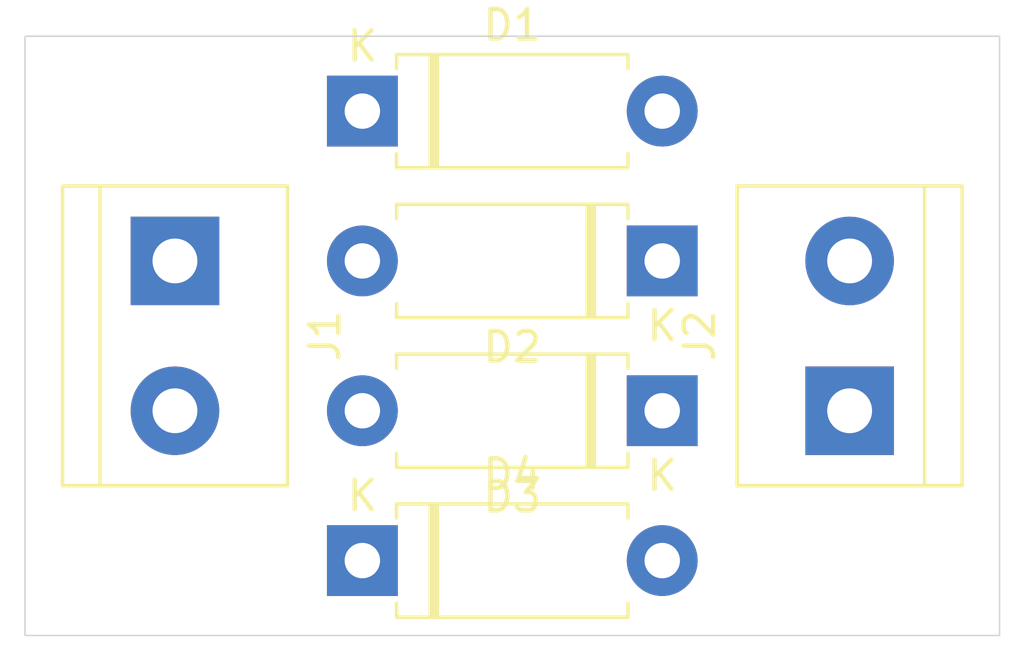
<source format=kicad_pcb>
(kicad_pcb (version 20240108) (generator "pcbnew") (generator_version "8.0")
  (layers (0 "F.Cu" signal) (31 "B.Cu" signal) (34 "B.Paste" user) (35 "F.Paste" user) (36 "B.SilkS" user "B.Silkscreen") (37 "F.SilkS" user "F.Silkscreen") (38 "B.Mask" user) (39 "F.Mask" user) (44 "Edge.Cuts" user))
  (net 0 "")
  (net 1 "Net-(D1-K)")
  (net 2 "Net-(D1-A)")
  (net 3 "Net-(D2-K)")
  (net 4 "Net-(D3-A)")
  (footprint "Diode_THT:D_DO-15_P10.16mm_Horizontal" (layer "F.Cu") (at 118.11 80.01 180)
    (property "Reference" "D3" (at 5.08 -2.92 180) (layer "F.SilkS"))
    (property "Value" "D_45deg")
    (fp_line (start 9 1.92) (end 9 1.44) (stroke (width 0.12)) (layer "F.SilkS"))
    (fp_line (start 9 -1.92) (end 9 -1.44) (stroke (width 0.12)) (layer "F.SilkS"))
    (fp_line (start 2.54 -1.92) (end 2.54 1.92) (stroke (width 0.12)) (layer "F.SilkS"))
    (fp_line (start 2.42 -1.92) (end 2.42 1.92) (stroke (width 0.12)) (layer "F.SilkS"))
    (fp_line (start 2.3 -1.92) (end 2.3 1.92) (stroke (width 0.12)) (layer "F.SilkS"))
    (fp_line (start 1.16 1.92) (end 9 1.92) (stroke (width 0.12)) (layer "F.SilkS"))
    (fp_line (start 1.16 1.44) (end 1.16 1.92) (stroke (width 0.12)) (layer "F.SilkS"))
    (fp_line (start 1.16 -1.44) (end 1.16 -1.92) (stroke (width 0.12)) (layer "F.SilkS"))
    (fp_line (start 1.16 -1.92) (end 9 -1.92) (stroke (width 0.12)) (layer "F.SilkS"))
    (fp_text user "K" (at 0 -2.2 180) (layer "F.SilkS"))
    (pad "1" thru_hole rect (at 0 0 180) (size 2.4 2.4) (drill 1.2) (layers "*.Cu" "*.Mask") (net 3 "Net-(D2-K)"))
    (pad "2" thru_hole oval (at 10.16 0 180) (size 2.4 2.4) (drill 1.2) (layers "*.Cu" "*.Mask") (net 4 "Net-(D3-A)"))
  )
  (footprint "Diode_THT:D_DO-15_P10.16mm_Horizontal" (layer "F.Cu") (at 107.95 69.85)
    (property "Reference" "D1" (at 5.08 -2.92 0) (layer "F.SilkS"))
    (property "Value" "D_45deg")
    (fp_line (start 1.16 -1.92) (end 9 -1.92) (stroke (width 0.12)) (layer "F.SilkS"))
    (fp_line (start 1.16 -1.44) (end 1.16 -1.92) (stroke (width 0.12)) (layer "F.SilkS"))
    (fp_line (start 1.16 1.44) (end 1.16 1.92) (stroke (width 0.12)) (layer "F.SilkS"))
    (fp_line (start 1.16 1.92) (end 9 1.92) (stroke (width 0.12)) (layer "F.SilkS"))
    (fp_line (start 2.3 -1.92) (end 2.3 1.92) (stroke (width 0.12)) (layer "F.SilkS"))
    (fp_line (start 2.42 -1.92) (end 2.42 1.92) (stroke (width 0.12)) (layer "F.SilkS"))
    (fp_line (start 2.54 -1.92) (end 2.54 1.92) (stroke (width 0.12)) (layer "F.SilkS"))
    (fp_line (start 9 -1.92) (end 9 -1.44) (stroke (width 0.12)) (layer "F.SilkS"))
    (fp_line (start 9 1.92) (end 9 1.44) (stroke (width 0.12)) (layer "F.SilkS"))
    (fp_text user "K" (at 0 -2.2 0) (layer "F.SilkS"))
    (pad "1" thru_hole rect (at 0 0) (size 2.4 2.4) (drill 1.2) (layers "*.Cu" "*.Mask") (net 1 "Net-(D1-K)"))
    (pad "2" thru_hole oval (at 10.16 0) (size 2.4 2.4) (drill 1.2) (layers "*.Cu" "*.Mask") (net 2 "Net-(D1-A)"))
  )
  (footprint "TerminalBlock:TerminalBlock_bornier-2_P5.08mm" (layer "F.Cu") (at 124.46 80.01 90)
    (property "Reference" "J2" (at 2.54 -5.08 270) (layer "F.SilkS"))
    (property "Value" "Screw_Terminal_01x02")
    (fp_line (start 7.62 -3.81) (end -2.54 -3.81) (stroke (width 0.12)) (layer "F.SilkS"))
    (fp_line (start -2.54 -3.81) (end -2.54 3.81) (stroke (width 0.12)) (layer "F.SilkS"))
    (fp_line (start 7.62 2.54) (end -2.54 2.54) (stroke (width 0.12)) (layer "F.SilkS"))
    (fp_line (start 7.62 3.81) (end 7.62 -3.81) (stroke (width 0.12)) (layer "F.SilkS"))
    (fp_line (start -2.54 3.81) (end 7.62 3.81) (stroke (width 0.12)) (layer "F.SilkS"))
    (pad "1" thru_hole rect (at 0 0 90) (size 3 3) (drill 1.52) (layers "*.Cu" "*.Mask") (net 3 "Net-(D2-K)"))
    (pad "2" thru_hole circle (at 5.08 0 90) (size 3 3) (drill 1.52) (layers "*.Cu" "*.Mask") (net 2 "Net-(D1-A)"))
  )
  (footprint "TerminalBlock:TerminalBlock_bornier-2_P5.08mm" (layer "F.Cu") (at 101.6 74.93 -90)
    (property "Reference" "J1" (at 2.54 -5.08 90) (layer "F.SilkS"))
    (property "Value" "Screw_Terminal_01x02")
    (fp_line (start -2.54 3.81) (end 7.62 3.81) (stroke (width 0.12)) (layer "F.SilkS"))
    (fp_line (start 7.62 3.81) (end 7.62 -3.81) (stroke (width 0.12)) (layer "F.SilkS"))
    (fp_line (start 7.62 2.54) (end -2.54 2.54) (stroke (width 0.12)) (layer "F.SilkS"))
    (fp_line (start -2.54 -3.81) (end -2.54 3.81) (stroke (width 0.12)) (layer "F.SilkS"))
    (fp_line (start 7.62 -3.81) (end -2.54 -3.81) (stroke (width 0.12)) (layer "F.SilkS"))
    (pad "1" thru_hole rect (at 0 0 270) (size 3 3) (drill 1.52) (layers "*.Cu" "*.Mask") (net 1 "Net-(D1-K)"))
    (pad "2" thru_hole circle (at 5.08 0 270) (size 3 3) (drill 1.52) (layers "*.Cu" "*.Mask") (net 4 "Net-(D3-A)"))
  )
  (footprint "Diode_THT:D_DO-15_P10.16mm_Horizontal" (layer "F.Cu") (at 107.95 85.09)
    (property "Reference" "D4" (at 5.08 -2.92 0) (layer "F.SilkS"))
    (property "Value" "D_45deg")
    (fp_line (start 1.16 -1.92) (end 9 -1.92) (stroke (width 0.12)) (layer "F.SilkS"))
    (fp_line (start 1.16 -1.44) (end 1.16 -1.92) (stroke (width 0.12)) (layer "F.SilkS"))
    (fp_line (start 1.16 1.44) (end 1.16 1.92) (stroke (width 0.12)) (layer "F.SilkS"))
    (fp_line (start 1.16 1.92) (end 9 1.92) (stroke (width 0.12)) (layer "F.SilkS"))
    (fp_line (start 2.3 -1.92) (end 2.3 1.92) (stroke (width 0.12)) (layer "F.SilkS"))
    (fp_line (start 2.42 -1.92) (end 2.42 1.92) (stroke (width 0.12)) (layer "F.SilkS"))
    (fp_line (start 2.54 -1.92) (end 2.54 1.92) (stroke (width 0.12)) (layer "F.SilkS"))
    (fp_line (start 9 -1.92) (end 9 -1.44) (stroke (width 0.12)) (layer "F.SilkS"))
    (fp_line (start 9 1.92) (end 9 1.44) (stroke (width 0.12)) (layer "F.SilkS"))
    (fp_text user "K" (at 0 -2.2 0) (layer "F.SilkS"))
    (pad "1" thru_hole rect (at 0 0) (size 2.4 2.4) (drill 1.2) (layers "*.Cu" "*.Mask") (net 4 "Net-(D3-A)"))
    (pad "2" thru_hole oval (at 10.16 0) (size 2.4 2.4) (drill 1.2) (layers "*.Cu" "*.Mask") (net 2 "Net-(D1-A)"))
  )
  (footprint "Diode_THT:D_DO-15_P10.16mm_Horizontal" (layer "F.Cu") (at 118.11 74.93 180)
    (property "Reference" "D2" (at 5.08 -2.92 180) (layer "F.SilkS"))
    (property "Value" "D_45deg")
    (fp_line (start 9 1.92) (end 9 1.44) (stroke (width 0.12)) (layer "F.SilkS"))
    (fp_line (start 9 -1.92) (end 9 -1.44) (stroke (width 0.12)) (layer "F.SilkS"))
    (fp_line (start 2.54 -1.92) (end 2.54 1.92) (stroke (width 0.12)) (layer "F.SilkS"))
    (fp_line (start 2.42 -1.92) (end 2.42 1.92) (stroke (width 0.12)) (layer "F.SilkS"))
    (fp_line (start 2.3 -1.92) (end 2.3 1.92) (stroke (width 0.12)) (layer "F.SilkS"))
    (fp_line (start 1.16 1.92) (end 9 1.92) (stroke (width 0.12)) (layer "F.SilkS"))
    (fp_line (start 1.16 1.44) (end 1.16 1.92) (stroke (width 0.12)) (layer "F.SilkS"))
    (fp_line (start 1.16 -1.44) (end 1.16 -1.92) (stroke (width 0.12)) (layer "F.SilkS"))
    (fp_line (start 1.16 -1.92) (end 9 -1.92) (stroke (width 0.12)) (layer "F.SilkS"))
    (fp_text user "K" (at 0 -2.2 180) (layer "F.SilkS"))
    (pad "1" thru_hole rect (at 0 0 180) (size 2.4 2.4) (drill 1.2) (layers "*.Cu" "*.Mask") (net 3 "Net-(D2-K)"))
    (pad "2" thru_hole oval (at 10.16 0 180) (size 2.4 2.4) (drill 1.2) (layers "*.Cu" "*.Mask") (net 1 "Net-(D1-K)"))
  )
  (gr_rect (start 96.52 67.31) (end 129.54 87.63) (stroke (width 0.05)) (fill none) (layer "Edge.Cuts"))
)
</source>
